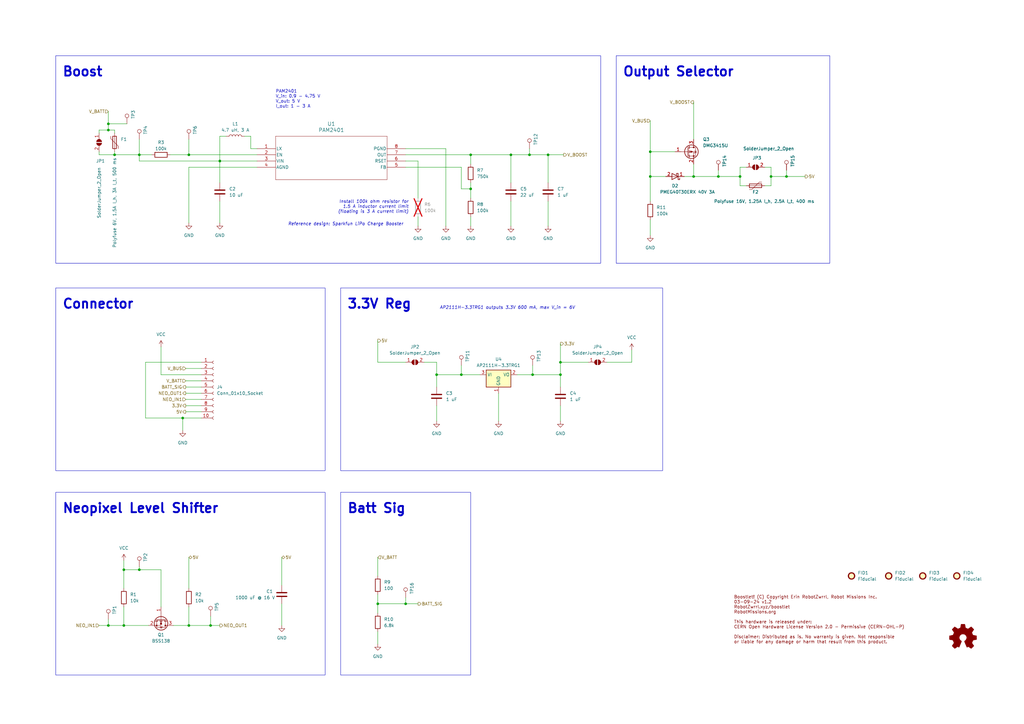
<source format=kicad_sch>
(kicad_sch (version 20231120) (generator "eeschema") (generator_version "8.0")
  (paper "A3")
  (title_block (title "Boostlet!") (date "02-03-24") (rev "v1.1"))
  (lib_symbols
    (symbol "!EK_Library:PAM2401" (pin_names (offset 0.254))
      (property "Reference" "U" (at 22.86 5.08 0))
      (property "Value" "PAM2401" (at 22.86 2.54 0))
      (symbol "PAM2401_0_1"
        (polyline (pts (xy 0 -17.78) (xy 45.72 -17.78)) (stroke (width 0.127)))
        (polyline (pts (xy 0 0) (xy 0 -17.78)) (stroke (width 0.127)))
        (polyline (pts (xy 45.72 -17.78) (xy 45.72 0)) (stroke (width 0.127)))
        (polyline (pts (xy 45.72 0) (xy 0 0)) (stroke (width 0.127)))
        (pin unspecified line (at -7.62 -5.08 0) (length 7.62) (name "LX") (number "1"))
        (pin unspecified line (at -7.62 -7.62 0) (length 7.62) (name "EN") (number "2"))
        (pin input line (at -7.62 -10.16 0) (length 7.62) (name "VIN") (number "3"))
        (pin power_in line (at -7.62 -12.7 0) (length 7.62) (name "AGND") (number "4"))
        (pin unspecified line (at 53.34 -12.7 180) (length 7.62) (name "FB") (number "5"))
        (pin unspecified line (at 53.34 -10.16 180) (length 7.62) (name "RSET") (number "6"))
        (pin output line (at 53.34 -7.62 180) (length 7.62) (name "OUT") (number "7"))
        (pin power_in line (at 53.34 -5.08 180) (length 7.62) (name "PGND") (number "8"))
      )
    )
    (symbol "Connector:Conn_01x10_Socket" (pin_names (offset 1.016) hide)
      (property "Reference" "J" (at 0 12.7 0))
      (property "Value" "Conn_01x10_Socket" (at 0 -15.24 0))
      (symbol "Conn_01x10_Socket_1_1"
        (arc (start 0 -12.192) (mid -0.5058 -12.7) (end 0 -13.208) (stroke (width 0.1524)))
        (arc (start 0 -9.652) (mid -0.5058 -10.16) (end 0 -10.668) (stroke (width 0.1524)))
        (arc (start 0 -7.112) (mid -0.5058 -7.62) (end 0 -8.128) (stroke (width 0.1524)))
        (arc (start 0 -4.572) (mid -0.5058 -5.08) (end 0 -5.588) (stroke (width 0.1524)))
        (arc (start 0 -2.032) (mid -0.5058 -2.54) (end 0 -3.048) (stroke (width 0.1524)))
        (polyline (pts (xy -1.27 -12.7) (xy -0.508 -12.7)) (stroke (width 0.1524)))
        (polyline (pts (xy -1.27 -10.16) (xy -0.508 -10.16)) (stroke (width 0.1524)))
        (polyline (pts (xy -1.27 -7.62) (xy -0.508 -7.62)) (stroke (width 0.1524)))
        (polyline (pts (xy -1.27 -5.08) (xy -0.508 -5.08)) (stroke (width 0.1524)))
        (polyline (pts (xy -1.27 -2.54) (xy -0.508 -2.54)) (stroke (width 0.1524)))
        (polyline (pts (xy -1.27 0) (xy -0.508 0)) (stroke (width 0.1524)))
        (polyline (pts (xy -1.27 2.54) (xy -0.508 2.54)) (stroke (width 0.1524)))
        (polyline (pts (xy -1.27 5.08) (xy -0.508 5.08)) (stroke (width 0.1524)))
        (polyline (pts (xy -1.27 7.62) (xy -0.508 7.62)) (stroke (width 0.1524)))
        (polyline (pts (xy -1.27 10.16) (xy -0.508 10.16)) (stroke (width 0.1524)))
        (arc (start 0 0.508) (mid -0.5058 0) (end 0 -0.508) (stroke (width 0.1524)))
        (arc (start 0 3.048) (mid -0.5058 2.54) (end 0 2.032) (stroke (width 0.1524)))
        (arc (start 0 5.588) (mid -0.5058 5.08) (end 0 4.572) (stroke (width 0.1524)))
        (arc (start 0 8.128) (mid -0.5058 7.62) (end 0 7.112) (stroke (width 0.1524)))
        (arc (start 0 10.668) (mid -0.5058 10.16) (end 0 9.652) (stroke (width 0.1524)))
        (pin passive line (at -5.08 10.16 0) (length 3.81) (name "Pin_1") (number "1"))
        (pin passive line (at -5.08 -12.7 0) (length 3.81) (name "Pin_10") (number "10"))
        (pin passive line (at -5.08 7.62 0) (length 3.81) (name "Pin_2") (number "2"))
        (pin passive line (at -5.08 5.08 0) (length 3.81) (name "Pin_3") (number "3"))
        (pin passive line (at -5.08 2.54 0) (length 3.81) (name "Pin_4") (number "4"))
        (pin passive line (at -5.08 0 0) (length 3.81) (name "Pin_5") (number "5"))
        (pin passive line (at -5.08 -2.54 0) (length 3.81) (name "Pin_6") (number "6"))
        (pin passive line (at -5.08 -5.08 0) (length 3.81) (name "Pin_7") (number "7"))
        (pin passive line (at -5.08 -7.62 0) (length 3.81) (name "Pin_8") (number "8"))
        (pin passive line (at -5.08 -10.16 0) (length 3.81) (name "Pin_9") (number "9"))
      )
    )
    (symbol "Connector:TestPoint" (pin_numbers hide) (pin_names (offset 0.762) hide)
      (property "Reference" "TP" (at 0 6.858 0))
      (property "Value" "TestPoint" (at 0 5.08 0))
      (symbol "TestPoint_0_1"
        (circle (center 0 3.302) (radius 0.762))
      )
      (symbol "TestPoint_1_1"
        (pin passive line (at 0 0 90) (length 2.54) (name "1") (number "1"))
      )
    )
    (symbol "Device:C" (pin_numbers hide) (pin_names (offset 0.254))
      (property "Reference" "C" (at 0.635 2.54 0))
      (property "Value" "C" (at 0.635 -2.54 0))
      (symbol "C_0_1"
        (polyline (pts (xy -2.032 -0.762) (xy 2.032 -0.762)) (stroke (width 0.508)))
        (polyline (pts (xy -2.032 0.762) (xy 2.032 0.762)) (stroke (width 0.508)))
      )
      (symbol "C_1_1"
        (pin passive line (at 0 3.81 270) (length 2.794) (name "~") (number "1"))
        (pin passive line (at 0 -3.81 90) (length 2.794) (name "~") (number "2"))
      )
    )
    (symbol "Device:D_Schottky" (pin_names (offset 1.016) hide)
      (property "Reference" "D" (at 0 2.54 0))
      (property "Value" "D_Schottky" (at 0 -2.54 0))
      (symbol "D_Schottky_0_1"
        (polyline (pts (xy 1.27 0) (xy -1.27 0)))
        (polyline (pts (xy 1.27 1.27) (xy 1.27 -1.27) (xy -1.27 0) (xy 1.27 1.27)) (stroke (width 0.254)))
        (polyline (pts (xy -1.905 0.635) (xy -1.905 1.27) (xy -1.27 1.27) (xy -1.27 -1.27) (xy -0.635 -1.27) (xy -0.635 -0.635)) (stroke (width 0.254)))
      )
      (symbol "D_Schottky_1_1"
        (pin passive line (at -3.81 0 0) (length 2.54) (name "K") (number "1"))
        (pin passive line (at 3.81 0 180) (length 2.54) (name "A") (number "2"))
      )
    )
    (symbol "Device:L" (pin_numbers hide) (pin_names (offset 1.016) hide)
      (property "Reference" "L" (at -1.27 0 90))
      (property "Value" "L" (at 1.905 0 90))
      (symbol "L_0_1"
        (arc (start 0 -2.54) (mid 0.6323 -1.905) (end 0 -1.27))
        (arc (start 0 -1.27) (mid 0.6323 -0.635) (end 0 0))
        (arc (start 0 0) (mid 0.6323 0.635) (end 0 1.27))
        (arc (start 0 1.27) (mid 0.6323 1.905) (end 0 2.54))
      )
      (symbol "L_1_1"
        (pin passive line (at 0 3.81 270) (length 1.27) (name "1") (number "1"))
        (pin passive line (at 0 -3.81 90) (length 1.27) (name "2") (number "2"))
      )
    )
    (symbol "Device:Polyfuse" (pin_numbers hide) (pin_names (offset 0))
      (property "Reference" "F" (at -2.54 0 90))
      (property "Value" "Polyfuse" (at 2.54 0 90))
      (symbol "Polyfuse_0_1"
        (rectangle (start -0.762 2.54) (end 0.762 -2.54) (stroke (width 0.254)))
        (polyline (pts (xy 0 2.54) (xy 0 -2.54)))
        (polyline (pts (xy -1.524 2.54) (xy -1.524 1.524) (xy 1.524 -1.524) (xy 1.524 -2.54)))
      )
      (symbol "Polyfuse_1_1"
        (pin passive line (at 0 3.81 270) (length 1.27) (name "~") (number "1"))
        (pin passive line (at 0 -3.81 90) (length 1.27) (name "~") (number "2"))
      )
    )
    (symbol "Device:R" (pin_numbers hide) (pin_names (offset 0))
      (property "Reference" "R" (at 2.032 0 90))
      (property "Value" "R" (at 0 0 90))
      (symbol "R_0_1"
        (rectangle (start -1.016 -2.54) (end 1.016 2.54) (stroke (width 0.254)))
      )
      (symbol "R_1_1"
        (pin passive line (at 0 3.81 270) (length 1.27) (name "~") (number "1"))
        (pin passive line (at 0 -3.81 90) (length 1.27) (name "~") (number "2"))
      )
    )
    (symbol "Graphic:Logo_Open_Hardware_Small" (in_bom no) (on_board no)
      (symbol "Logo_Open_Hardware_Small_0_1"
        (polyline (pts (xy 3.3528 -4.3434) (xy 3.302 -4.318) (xy 3.175 -4.2418) (xy 2.9972 -4.1148) (xy 2.7686 -3.9624) (xy 2.54 -3.81) (xy 2.3622 -3.7084) (xy 2.2352 -3.6068) (xy 2.1844 -3.5814) (xy 2.159 -3.6068) (xy 2.0574 -3.6576) (xy 1.905 -3.7338) (xy 1.8034 -3.7846) (xy 1.6764 -3.8354) (xy 1.6002 -3.8354) (xy 1.6002 -3.8354) (xy 1.5494 -3.7338) (xy 1.4732 -3.5306) (xy 1.3462 -3.302) (xy 1.2446 -3.0226) (xy 1.1176 -2.7178) (xy 0.9652 -2.413) (xy 0.8636 -2.1082) (xy 0.7366 -1.8288) (xy 0.6604 -1.6256) (xy 0.6096 -1.4732) (xy 0.5842 -1.397) (xy 0.5842 -1.397) (xy 0.6604 -1.3208) (xy 0.7874 -1.2446) (xy 1.0414 -1.016) (xy 1.2954 -0.6858) (xy 1.4478 -0.3302) (xy 1.524 0.0762) (xy 1.4732 0.4572) (xy 1.3208 0.8128) (xy 1.0668 1.143) (xy 0.762 1.3716) (xy 0.4064 1.524) (xy 0 1.5748) (xy -0.381 1.5494) (xy -0.7366 1.397) (xy -1.0668 1.143) (xy -1.2192 0.9906) (xy -1.397 0.6604) (xy -1.524 0.3048) (xy -1.524 0.2286) (xy -1.4986 -0.1778) (xy -1.397 -0.5334) (xy -1.1938 -0.8636) (xy -0.9144 -1.143) (xy -0.8636 -1.1684) (xy -0.7366 -1.27) (xy -0.635 -1.3462) (xy -0.5842 -1.397) (xy -1.0668 -2.5908) (xy -1.143 -2.794) (xy -1.2954 -3.1242) (xy -1.397 -3.4036) (xy -1.4986 -3.6322) (xy -1.5748 -3.7846) (xy -1.6002 -3.8354) (xy -1.6002 -3.8354) (xy -1.651 -3.8354) (xy -1.7272 -3.81) (xy -1.905 -3.7338) (xy -2.0066 -3.683) (xy -2.1336 -3.6068) (xy -2.2098 -3.5814) (xy -2.2606 -3.6068) (xy -2.3622 -3.683) (xy -2.54 -3.81) (xy -2.7686 -3.9624) (xy -2.9718 -4.0894) (xy -3.1496 -4.2164) (xy -3.302 -4.318) (xy -3.3528 -4.3434) (xy -3.3782 -4.3434) (xy -3.429 -4.318) (xy -3.5306 -4.2164) (xy -3.7084 -4.064) (xy -3.937 -3.8354) (xy -3.9624 -3.81) (xy -4.1656 -3.6068) (xy -4.318 -3.4544) (xy -4.4196 -3.3274) (xy -4.445 -3.2766) (xy -4.445 -3.2766) (xy -4.4196 -3.2258) (xy -4.318 -3.0734) (xy -4.2164 -2.8956) (xy -4.064 -2.667) (xy -3.6576 -2.0828) (xy -3.8862 -1.5494) (xy -3.937 -1.3716) (xy -4.0386 -1.1684) (xy -4.0894 -1.0414) (xy -4.1148 -0.9652) (xy -4.191 -0.9398) (xy -4.318 -0.9144) (xy -4.5466 -0.8636) (xy -4.8006 -0.8128) (xy -5.0546 -0.7874) (xy -5.2578 -0.7366) (xy -5.4356 -0.7112) (xy -5.5118 -0.6858) (xy -5.5118 -0.6858) (xy -5.5372 -0.635) (xy -5.5372 -0.5588) (xy -5.5372 -0.4318) (xy -5.5626 -0.2286) (xy -5.5626 0.0762) (xy -5.5626 0.127) (xy -5.5372 0.4064) (xy -5.5372 0.635) (xy -5.5372 0.762) (xy -5.5372 0.8382) (xy -5.5372 0.8382) (xy -5.461 0.8382) (xy -5.3086 0.889) (xy -5.08 0.9144) (xy -4.826 0.9652) (xy -4.8006 0.9906) (xy -4.5466 1.0414) (xy -4.318 1.0668) (xy -4.1656 1.1176) (xy -4.0894 1.143) (xy -4.0894 1.143) (xy -4.0386 1.2446) (xy -3.9624 1.4224) (xy -3.8608 1.6256) (xy -3.7846 1.8288) (xy -3.7084 2.0066) (xy -3.6576 2.159) (xy -3.6322 2.2098) (xy -3.6322 2.2098) (xy -3.683 2.286) (xy -3.7592 2.413) (xy -3.8862 2.5908) (xy -4.064 2.8194) (xy -4.064 2.8448) (xy -4.2164 3.0734) (xy -4.3434 3.2512) (xy -4.4196 3.3782) (xy -4.445 3.4544) (xy -4.445 3.4544) (xy -4.3942 3.5052) (xy -4.2926 3.6322) (xy -4.1148 3.81) (xy -3.937 4.0132) (xy -3.8608 4.064) (xy -3.6576 4.2926) (xy -3.5052 4.4196) (xy -3.4036 4.4958) (xy -3.3528 4.5212) (xy -3.3528 4.5212) (xy -3.302 4.4704) (xy -3.1496 4.3688) (xy -2.9718 4.2418) (xy -2.7432 4.0894) (xy -2.7178 4.0894) (xy -2.4892 3.937) (xy -2.3114 3.81) (xy -2.1844 3.7084) (xy -2.1336 3.683) (xy -2.1082 3.683) (xy -2.032 3.7084) (xy -1.8542 3.7592) (xy -1.6764 3.8354) (xy -1.4732 3.937) (xy -1.27 4.0132) (xy -1.143 4.064) (xy -1.0668 4.1148) (xy -1.0668 4.1148) (xy -1.0414 4.191) (xy -1.016 4.3434) (xy -0.9652 4.572) (xy -0.9144 4.8514) (xy -0.889 4.9022) (xy -0.8382 5.1562) (xy -0.8128 5.3848) (xy -0.7874 5.5372) (xy -0.762 5.588) (xy -0.7112 5.6134) (xy -0.5842 5.6134) (xy -0.4064 5.6134) (xy -0.1524 5.6134) (xy 0.0762 5.6134) (xy 0.3302 5.6134) (xy 0.5334 5.6134) (xy 0.6858 5.588) (xy 0.7366 5.588) (xy 0.7366 5.588) (xy 0.762 5.5118) (xy 0.8128 5.334) (xy 0.8382 5.1054) (xy 0.9144 4.826) (xy 0.9144 4.7752) (xy 0.9652 4.5212) (xy 1.016 4.2926) (xy 1.0414 4.1402) (xy 1.0668 4.0894) (xy 1.0668 4.0894) (xy 1.1938 4.0386) (xy 1.3716 3.9624) (xy 1.5748 3.8608) (xy 2.0828 3.6576) (xy 2.7178 4.0894) (xy 2.7686 4.1402) (xy 2.9972 4.2926) (xy 3.175 4.4196) (xy 3.302 4.4958) (xy 3.3782 4.5212) (xy 3.3782 4.5212) (xy 3.429 4.4704) (xy 3.556 4.3434) (xy 3.7338 4.191) (xy 3.9116 3.9878) (xy 4.064 3.8354) (xy 4.2418 3.6576) (xy 4.3434 3.556) (xy 4.4196 3.4798) (xy 4.4196 3.429) (xy 4.4196 3.4036) (xy 4.3942 3.3274) (xy 4.2926 3.2004) (xy 4.1656 2.9972) (xy 4.0132 2.794) (xy 3.8862 2.5908) (xy 3.7592 2.3876) (xy 3.6576 2.2352) (xy 3.6322 2.159) (xy 3.6322 2.1336) (xy 3.683 2.0066) (xy 3.7592 1.8288) (xy 3.8608 1.6002) (xy 4.064 1.1176) (xy 4.3942 1.0414) (xy 4.5974 1.016) (xy 4.8768 0.9652) (xy 5.1308 0.9144) (xy 5.5372 0.8382) (xy 5.5626 -0.6604) (xy 5.4864 -0.6858) (xy 5.4356 -0.6858) (xy 5.2832 -0.7366) (xy 5.0546 -0.762) (xy 4.8006 -0.8128) (xy 4.5974 -0.8636) (xy 4.3688 -0.9144) (xy 4.2164 -0.9398) (xy 4.1402 -0.9398) (xy 4.1148 -0.9652) (xy 4.064 -1.0668) (xy 3.9878 -1.2446) (xy 3.9116 -1.4478) (xy 3.81 -1.651) (xy 3.7338 -1.8542) (xy 3.683 -2.0066) (xy 3.6576 -2.0828) (xy 3.683 -2.1336) (xy 3.7846 -2.2606) (xy 3.8862 -2.4638) (xy 4.0386 -2.667) (xy 4.191 -2.8956) (xy 4.318 -3.0734) (xy 4.3942 -3.2004) (xy 4.445 -3.2766) (xy 4.4196 -3.3274) (xy 4.3434 -3.429) (xy 4.1656 -3.5814) (xy 3.937 -3.8354) (xy 3.8862 -3.8608) (xy 3.683 -4.064) (xy 3.5306 -4.2164) (xy 3.4036 -4.318) (xy 3.3528 -4.3434)) (fill (type outline)))
      )
    )
    (symbol "Jumper:SolderJumper_2_Open" (pin_names (offset 0) hide)
      (property "Reference" "JP" (at 0 2.032 0))
      (property "Value" "SolderJumper_2_Open" (at 0 -2.54 0))
      (symbol "SolderJumper_2_Open_0_1"
        (arc (start -0.254 1.016) (mid -1.2656 0) (end -0.254 -1.016))
        (arc (start -0.254 1.016) (mid -1.2656 0) (end -0.254 -1.016) (fill (type outline)))
        (polyline (pts (xy -0.254 1.016) (xy -0.254 -1.016)))
        (polyline (pts (xy 0.254 1.016) (xy 0.254 -1.016)))
        (arc (start 0.254 -1.016) (mid 1.2656 0) (end 0.254 1.016))
        (arc (start 0.254 -1.016) (mid 1.2656 0) (end 0.254 1.016) (fill (type outline)))
      )
      (symbol "SolderJumper_2_Open_1_1"
        (pin passive line (at -3.81 0 0) (length 2.54) (name "A") (number "1"))
        (pin passive line (at 3.81 0 180) (length 2.54) (name "B") (number "2"))
      )
    )
    (symbol "Mechanical:Fiducial"
      (property "Reference" "FID" (at 0 5.08 0))
      (property "Value" "Fiducial" (at 0 3.175 0))
      (symbol "Fiducial_0_1"
        (circle (center 0 0) (radius 1.27) (stroke (width 0.508)) (fill (type background)))
      )
    )
    (symbol "Regulator_Linear:AP1117-33"
      (property "Reference" "U" (at -3.81 3.175 0))
      (property "Value" "AP1117-33" (at 0 3.175 0))
      (symbol "AP1117-33_0_1"
        (rectangle (start -5.08 -5.08) (end 5.08 1.905) (stroke (width 0.254)) (fill (type background)))
      )
      (symbol "AP1117-33_1_1"
        (pin power_in line (at 0 -7.62 90) (length 2.54) (name "GND") (number "1"))
        (pin power_out line (at 7.62 0 180) (length 2.54) (name "VO") (number "2"))
        (pin power_in line (at -7.62 0 0) (length 2.54) (name "VI") (number "3"))
      )
    )
    (symbol "Transistor_FET:BSS138" (pin_names hide)
      (property "Reference" "Q" (at 5.08 1.905 0))
      (property "Value" "BSS138" (at 5.08 0 0))
      (symbol "BSS138_0_1"
        (polyline (pts (xy 0.254 0) (xy -2.54 0)))
        (polyline (pts (xy 0.254 1.905) (xy 0.254 -1.905)) (stroke (width 0.254)))
        (polyline (pts (xy 0.762 -1.27) (xy 0.762 -2.286)) (stroke (width 0.254)))
        (polyline (pts (xy 0.762 0.508) (xy 0.762 -0.508)) (stroke (width 0.254)))
        (polyline (pts (xy 0.762 2.286) (xy 0.762 1.27)) (stroke (width 0.254)))
        (polyline (pts (xy 2.54 2.54) (xy 2.54 1.778)))
        (polyline (pts (xy 2.54 -2.54) (xy 2.54 0) (xy 0.762 0)))
        (polyline (pts (xy 0.762 -1.778) (xy 3.302 -1.778) (xy 3.302 1.778) (xy 0.762 1.778)))
        (polyline (pts (xy 1.016 0) (xy 2.032 0.381) (xy 2.032 -0.381) (xy 1.016 0)) (fill (type outline)))
        (polyline (pts (xy 2.794 0.508) (xy 2.921 0.381) (xy 3.683 0.381) (xy 3.81 0.254)))
        (polyline (pts (xy 3.302 0.381) (xy 2.921 -0.254) (xy 3.683 -0.254) (xy 3.302 0.381)))
        (circle (center 1.651 0) (radius 2.794) (stroke (width 0.254)))
        (circle (center 2.54 -1.778) (radius 0.254) (fill (type outline)))
        (circle (center 2.54 1.778) (radius 0.254) (fill (type outline)))
      )
      (symbol "BSS138_1_1"
        (pin input line (at -5.08 0 0) (length 2.54) (name "G") (number "1"))
        (pin passive line (at 2.54 -5.08 90) (length 2.54) (name "S") (number "2"))
        (pin passive line (at 2.54 5.08 270) (length 2.54) (name "D") (number "3"))
      )
    )
    (symbol "Transistor_FET:DMG2301L" (pin_names hide)
      (property "Reference" "Q" (at 5.08 1.905 0))
      (property "Value" "DMG2301L" (at 5.08 0 0))
      (symbol "DMG2301L_0_1"
        (polyline (pts (xy 0.254 0) (xy -2.54 0)))
        (polyline (pts (xy 0.254 1.905) (xy 0.254 -1.905)) (stroke (width 0.254)))
        (polyline (pts (xy 0.762 -1.27) (xy 0.762 -2.286)) (stroke (width 0.254)))
        (polyline (pts (xy 0.762 0.508) (xy 0.762 -0.508)) (stroke (width 0.254)))
        (polyline (pts (xy 0.762 2.286) (xy 0.762 1.27)) (stroke (width 0.254)))
        (polyline (pts (xy 2.54 2.54) (xy 2.54 1.778)))
        (polyline (pts (xy 2.54 -2.54) (xy 2.54 0) (xy 0.762 0)))
        (polyline (pts (xy 0.762 1.778) (xy 3.302 1.778) (xy 3.302 -1.778) (xy 0.762 -1.778)))
        (polyline (pts (xy 2.286 0) (xy 1.27 0.381) (xy 1.27 -0.381) (xy 2.286 0)) (fill (type outline)))
        (polyline (pts (xy 2.794 -0.508) (xy 2.921 -0.381) (xy 3.683 -0.381) (xy 3.81 -0.254)))
        (polyline (pts (xy 3.302 -0.381) (xy 2.921 0.254) (xy 3.683 0.254) (xy 3.302 -0.381)))
        (circle (center 1.651 0) (radius 2.794) (stroke (width 0.254)))
        (circle (center 2.54 -1.778) (radius 0.254) (fill (type outline)))
        (circle (center 2.54 1.778) (radius 0.254) (fill (type outline)))
      )
      (symbol "DMG2301L_1_1"
        (pin input line (at -5.08 0 0) (length 2.54) (name "G") (number "1"))
        (pin passive line (at 2.54 -5.08 90) (length 2.54) (name "S") (number "2"))
        (pin passive line (at 2.54 5.08 270) (length 2.54) (name "D") (number "3"))
      )
    )
    (symbol "power:GND" (power) (pin_names (offset 0))
      (property "Value" "GND" (at 0 -3.81 0))
      (symbol "GND_0_1"
        (polyline (pts (xy 0 0) (xy 0 -1.27) (xy 1.27 -1.27) (xy 0 -2.54) (xy -1.27 -1.27) (xy 0 -1.27)))
      )
      (symbol "GND_1_1"
        (pin power_in line (at 0 0 270) (length 0) hide (name "GND") (number "1"))
      )
    )
    (symbol "power:VCC" (power) (pin_names (offset 0))
      (property "Value" "VCC" (at 0 3.81 0))
      (symbol "VCC_0_1"
        (polyline (pts (xy -0.762 1.27) (xy 0 2.54)))
        (polyline (pts (xy 0 0) (xy 0 2.54)))
        (polyline (pts (xy 0 2.54) (xy 0.762 1.27)))
      )
      (symbol "VCC_1_1"
        (pin power_in line (at 0 0 90) (length 0) hide (name "VCC") (number "1"))
      )
    )
  )
  (junction (at 77.47 256.54))
  (junction (at 50.8 256.54))
  (junction (at 193.04 77.47))
  (junction (at 217.17 63.5))
  (junction (at 189.23 153.67))
  (junction (at 90.17 66.04))
  (junction (at 303.53 72.39))
  (junction (at 57.15 63.5))
  (junction (at 229.87 153.67))
  (junction (at 193.04 63.5))
  (junction (at 224.79 63.5))
  (junction (at 166.37 247.65))
  (junction (at 50.8 233.68))
  (junction (at 77.47 63.5))
  (junction (at 218.44 153.67))
  (junction (at 316.23 72.39))
  (junction (at 46.99 63.5))
  (junction (at 294.64 72.39))
  (junction (at 74.93 171.45))
  (junction (at 209.55 63.5))
  (junction (at 44.45 53.34))
  (junction (at 57.15 233.68))
  (junction (at 322.58 72.39))
  (junction (at 284.48 72.39))
  (junction (at 266.7 62.23))
  (junction (at 44.45 50.8))
  (junction (at 179.07 153.67))
  (junction (at 266.7 72.39))
  (junction (at 44.45 256.54))
  (junction (at 229.87 148.59))
  (junction (at 154.94 247.65))
  (junction (at 86.36 256.54))
  (wire (pts (xy 40.64 256.54) (xy 44.45 256.54)))
  (wire (pts (xy 218.44 149.86) (xy 218.44 153.67)))
  (wire (pts (xy 266.7 72.39) (xy 273.05 72.39)))
  (wire (pts (xy 77.47 57.15) (xy 77.47 63.5)))
  (wire (pts (xy 179.07 148.59) (xy 179.07 153.67)))
  (wire (pts (xy 50.8 233.68) (xy 50.8 241.3)))
  (wire (pts (xy 204.47 161.29) (xy 204.47 172.72)))
  (wire (pts (xy 166.37 60.96) (xy 182.88 60.96)))
  (wire (pts (xy 224.79 82.55) (xy 224.79 92.71)))
  (wire (pts (xy 66.04 233.68) (xy 66.04 248.92)))
  (wire (pts (xy 57.15 57.15) (xy 57.15 63.5)))
  (wire (pts (xy 71.12 256.54) (xy 77.47 256.54)))
  (wire (pts (xy 284.48 67.31) (xy 284.48 72.39)))
  (wire (pts (xy 74.93 171.45) (xy 82.55 171.45)))
  (wire (pts (xy 266.7 49.53) (xy 266.7 62.23)))
  (wire (pts (xy 294.64 69.85) (xy 294.64 72.39)))
  (wire (pts (xy 212.09 153.67) (xy 218.44 153.67)))
  (wire (pts (xy 76.2 163.83) (xy 82.55 163.83)))
  (wire (pts (xy 193.04 74.93) (xy 193.04 77.47)))
  (wire (pts (xy 77.47 228.6) (xy 77.47 241.3)))
  (wire (pts (xy 166.37 63.5) (xy 193.04 63.5)))
  (wire (pts (xy 154.94 243.84) (xy 154.94 247.65)))
  (wire (pts (xy 316.23 68.58) (xy 316.23 72.39)))
  (wire (pts (xy 50.8 229.87) (xy 50.8 233.68)))
  (wire (pts (xy 189.23 149.86) (xy 189.23 153.67)))
  (wire (pts (xy 77.47 68.58) (xy 77.47 91.44)))
  (wire (pts (xy 76.2 168.91) (xy 82.55 168.91)))
  (wire (pts (xy 154.94 247.65) (xy 154.94 251.46)))
  (wire (pts (xy 46.99 62.23) (xy 46.99 63.5)))
  (wire (pts (xy 76.2 158.75) (xy 82.55 158.75)))
  (wire (pts (xy 40.64 62.23) (xy 40.64 63.5)))
  (wire (pts (xy 179.07 166.37) (xy 179.07 172.72)))
  (wire (pts (xy 115.57 228.6) (xy 115.57 240.03)))
  (wire (pts (xy 276.86 62.23) (xy 266.7 62.23)))
  (wire (pts (xy 193.04 77.47) (xy 193.04 81.28)))
  (wire (pts (xy 59.69 148.59) (xy 59.69 171.45)))
  (wire (pts (xy 229.87 148.59) (xy 241.3 148.59)))
  (wire (pts (xy 154.94 259.08) (xy 154.94 264.16)))
  (wire (pts (xy 303.53 76.2) (xy 303.53 72.39)))
  (wire (pts (xy 57.15 66.04) (xy 57.15 63.5)))
  (wire (pts (xy 154.94 247.65) (xy 166.37 247.65)))
  (wire (pts (xy 166.37 245.11) (xy 166.37 247.65)))
  (wire (pts (xy 316.23 76.2) (xy 313.69 76.2)))
  (wire (pts (xy 76.2 156.21) (xy 82.55 156.21)))
  (wire (pts (xy 44.45 50.8) (xy 52.07 50.8)))
  (wire (pts (xy 196.85 153.67) (xy 189.23 153.67)))
  (wire (pts (xy 209.55 82.55) (xy 209.55 92.71)))
  (wire (pts (xy 44.45 256.54) (xy 50.8 256.54)))
  (wire (pts (xy 77.47 63.5) (xy 105.41 63.5)))
  (wire (pts (xy 57.15 66.04) (xy 90.17 66.04)))
  (wire (pts (xy 57.15 63.5) (xy 62.23 63.5)))
  (wire (pts (xy 76.2 161.29) (xy 82.55 161.29)))
  (wire (pts (xy 102.87 60.96) (xy 102.87 55.88)))
  (wire (pts (xy 229.87 153.67) (xy 229.87 158.75)))
  (wire (pts (xy 46.99 53.34) (xy 44.45 53.34)))
  (wire (pts (xy 217.17 60.96) (xy 217.17 63.5)))
  (wire (pts (xy 322.58 72.39) (xy 330.2 72.39)))
  (wire (pts (xy 193.04 63.5) (xy 209.55 63.5)))
  (wire (pts (xy 209.55 63.5) (xy 209.55 74.93)))
  (wire (pts (xy 50.8 256.54) (xy 60.96 256.54)))
  (wire (pts (xy 69.85 63.5) (xy 77.47 63.5)))
  (wire (pts (xy 115.57 247.65) (xy 115.57 256.54)))
  (wire (pts (xy 50.8 248.92) (xy 50.8 256.54)))
  (wire (pts (xy 74.93 171.45) (xy 74.93 176.53)))
  (wire (pts (xy 86.36 252.73) (xy 86.36 256.54)))
  (wire (pts (xy 179.07 153.67) (xy 179.07 158.75)))
  (wire (pts (xy 44.45 45.72) (xy 44.45 50.8)))
  (wire (pts (xy 77.47 68.58) (xy 105.41 68.58)))
  (wire (pts (xy 154.94 228.6) (xy 154.94 236.22)))
  (wire (pts (xy 173.99 148.59) (xy 179.07 148.59)))
  (wire (pts (xy 166.37 66.04) (xy 171.45 66.04)))
  (wire (pts (xy 166.37 68.58) (xy 189.23 68.58)))
  (wire (pts (xy 193.04 77.47) (xy 189.23 77.47)))
  (wire (pts (xy 217.17 63.5) (xy 224.79 63.5)))
  (wire (pts (xy 57.15 232.41) (xy 57.15 233.68)))
  (wire (pts (xy 50.8 233.68) (xy 57.15 233.68)))
  (wire (pts (xy 259.08 143.51) (xy 259.08 148.59)))
  (wire (pts (xy 77.47 256.54) (xy 77.47 248.92)))
  (wire (pts (xy 154.94 148.59) (xy 154.94 139.7)))
  (wire (pts (xy 100.33 55.88) (xy 102.87 55.88)))
  (wire (pts (xy 189.23 77.47) (xy 189.23 68.58)))
  (wire (pts (xy 90.17 66.04) (xy 90.17 74.93)))
  (wire (pts (xy 193.04 88.9) (xy 193.04 92.71)))
  (wire (pts (xy 82.55 148.59) (xy 59.69 148.59)))
  (wire (pts (xy 90.17 55.88) (xy 90.17 66.04)))
  (wire (pts (xy 76.2 151.13) (xy 82.55 151.13)))
  (wire (pts (xy 294.64 72.39) (xy 303.53 72.39)))
  (wire (pts (xy 59.69 171.45) (xy 74.93 171.45)))
  (wire (pts (xy 229.87 148.59) (xy 229.87 153.67)))
  (wire (pts (xy 182.88 60.96) (xy 182.88 92.71)))
  (wire (pts (xy 66.04 153.67) (xy 66.04 142.24)))
  (wire (pts (xy 224.79 63.5) (xy 231.14 63.5)))
  (wire (pts (xy 280.67 72.39) (xy 284.48 72.39)))
  (wire (pts (xy 90.17 82.55) (xy 90.17 91.44)))
  (wire (pts (xy 166.37 247.65) (xy 171.45 247.65)))
  (wire (pts (xy 77.47 256.54) (xy 86.36 256.54)))
  (wire (pts (xy 40.64 53.34) (xy 44.45 53.34)))
  (wire (pts (xy 90.17 66.04) (xy 105.41 66.04)))
  (wire (pts (xy 76.2 166.37) (xy 82.55 166.37)))
  (wire (pts (xy 46.99 54.61) (xy 46.99 53.34)))
  (wire (pts (xy 284.48 72.39) (xy 294.64 72.39)))
  (wire (pts (xy 57.15 233.68) (xy 66.04 233.68)))
  (wire (pts (xy 171.45 88.9) (xy 171.45 92.71)))
  (wire (pts (xy 322.58 69.85) (xy 322.58 72.39)))
  (wire (pts (xy 44.45 254) (xy 44.45 256.54)))
  (wire (pts (xy 179.07 153.67) (xy 189.23 153.67)))
  (wire (pts (xy 266.7 90.17) (xy 266.7 96.52)))
  (wire (pts (xy 166.37 148.59) (xy 154.94 148.59)))
  (wire (pts (xy 44.45 50.8) (xy 44.45 53.34)))
  (wire (pts (xy 209.55 63.5) (xy 217.17 63.5)))
  (wire (pts (xy 82.55 153.67) (xy 66.04 153.67)))
  (wire (pts (xy 303.53 76.2) (xy 306.07 76.2)))
  (wire (pts (xy 303.53 68.58) (xy 306.07 68.58)))
  (wire (pts (xy 316.23 72.39) (xy 316.23 76.2)))
  (wire (pts (xy 46.99 63.5) (xy 57.15 63.5)))
  (wire (pts (xy 224.79 63.5) (xy 224.79 74.93)))
  (wire (pts (xy 193.04 63.5) (xy 193.04 67.31)))
  (wire (pts (xy 313.69 68.58) (xy 316.23 68.58)))
  (wire (pts (xy 248.92 148.59) (xy 259.08 148.59)))
  (wire (pts (xy 316.23 72.39) (xy 322.58 72.39)))
  (wire (pts (xy 284.48 41.91) (xy 284.48 57.15)))
  (wire (pts (xy 105.41 60.96) (xy 102.87 60.96)))
  (wire (pts (xy 266.7 62.23) (xy 266.7 72.39)))
  (wire (pts (xy 229.87 140.97) (xy 229.87 148.59)))
  (wire (pts (xy 266.7 72.39) (xy 266.7 82.55)))
  (wire (pts (xy 40.64 63.5) (xy 46.99 63.5)))
  (wire (pts (xy 92.71 55.88) (xy 90.17 55.88)))
  (wire (pts (xy 171.45 66.04) (xy 171.45 81.28)))
  (wire (pts (xy 40.64 53.34) (xy 40.64 54.61)))
  (wire (pts (xy 229.87 166.37) (xy 229.87 172.72)))
  (wire (pts (xy 218.44 153.67) (xy 229.87 153.67)))
  (wire (pts (xy 303.53 72.39) (xy 303.53 68.58)))
  (wire (pts (xy 86.36 256.54) (xy 90.17 256.54)))
  (rectangle (start 22.86 22.86) (end 246.38 107.95))
  (rectangle (start 22.86 201.93) (end 133.35 276.86))
  (rectangle (start 252.73 22.86) (end 340.36 107.95))
  (rectangle (start 22.86 118.11) (end 133.35 193.04))
  (rectangle (start 139.7 118.11) (end 271.78 193.04))
  (rectangle (start 139.7 201.93) (end 193.04 276.86))
  (text "Output Selector" (at 255.27 31.75 0) (effects (font (size 3.81 3.81) (thickness 0.762) (bold yes)) (justify left bottom)))
  (text "3.3V Reg" (at 142.24 127 0) (effects (font (size 3.81 3.81) (thickness 0.762) (bold yes)) (justify left bottom)))
  (text "Reference design: Sparkfun LiPo Charge Booster" (at 118.11 92.71 0) (effects (font (size 1.27 1.27) (italic yes)) (justify left bottom)))
  (text "Boostlet! (C) Copyright Erin RobotZwrrl, Robot Missions Inc.\n03-09-24 v1.2\nRobotZwrrl.xyz/boostlet\nRobotMissions.org\n\nThis hardware is released under:\nCERN Open Hardware License Version 2.0 - Permissive (CERN-OHL-P)\n\nDisclaimer: Distributed as is. No warranty is given. Not responsible \nor liable for any damage or harm that result from this product." (at 300.99 264.16 0) (effects (font (size 1.27 1.27)) (justify left bottom)))
  (text "AP2111H-3.3TRG1 outputs 3.3V 600 mA, max V_in = 6V" (at 180.34 127 0) (effects (font (size 1.27 1.27) (italic yes)) (justify left bottom)))
  (text "Boost" (at 25.4 31.75 0) (effects (font (size 3.81 3.81) (thickness 0.762) (bold yes)) (justify left bottom)))
  (text "Neopixel Level Shifter" (at 25.4 210.82 0) (effects (font (size 3.81 3.81) (thickness 0.762) (bold yes)) (justify left bottom)))
  (text "Connector" (at 25.4 127 0) (effects (font (size 3.81 3.81) (thickness 0.762) (bold yes)) (justify left bottom)))
  (text "Install 100k ohm resistor for\n1.5 A inductor current limit\n(floating is 3 A current limit)" (at 167.64 87.63 0) (effects (font (size 1.27 1.27) (italic yes)) (justify right bottom)))
  (text "PAM2401\nV_in: 0.9 - 4.75 V\nV_out: 5 V\nI_out: 1 - 3 A" (at 113.03 44.45 0) (effects (font (size 1.27 1.27)) (justify left bottom)))
  (text "Batt Sig" (at 142.24 210.82 0) (effects (font (size 3.81 3.81) (thickness 0.762) (bold yes)) (justify left bottom)))
  (hierarchical_label "V_BOOST" (shape output) (at 231.14 63.5 0))
  (hierarchical_label "V_BUS" (shape input) (at 76.2 151.13 180))
  (hierarchical_label "NEO_IN1" (shape input) (at 76.2 163.83 180))
  (hierarchical_label "V_BATT" (shape input) (at 44.45 45.72 180))
  (hierarchical_label "V_BOOST" (shape output) (at 284.48 41.91 180))
  (hierarchical_label "5V" (shape bidirectional) (at 77.47 228.6 0))
  (hierarchical_label "BATT_SIG" (shape output) (at 76.2 158.75 180))
  (hierarchical_label "V_BATT" (shape input) (at 154.94 228.6 0))
  (hierarchical_label "V_BATT" (shape input) (at 76.2 156.21 180))
  (hierarchical_label "BATT_SIG" (shape output) (at 171.45 247.65 0))
  (hierarchical_label "5V" (shape output) (at 76.2 168.91 180))
  (hierarchical_label "NEO_OUT1" (shape output) (at 90.17 256.54 0))
  (hierarchical_label "NEO_IN1" (shape input) (at 40.64 256.54 180))
  (hierarchical_label "3.3V" (shape output) (at 229.87 140.97 0))
  (hierarchical_label "V_BUS" (shape input) (at 266.7 49.53 180))
  (hierarchical_label "5V" (shape bidirectional) (at 115.57 228.6 0))
  (hierarchical_label "NEO_OUT1" (shape output) (at 76.2 161.29 180))
  (hierarchical_label "3.3V" (shape output) (at 76.2 166.37 180))
  (hierarchical_label "5V" (shape output) (at 154.94 139.7 0))
  (hierarchical_label "5V" (shape output) (at 330.2 72.39 0))
  (symbol (lib_id "Connector:TestPoint") (at 189.23 149.86 0) (unit 1)
    (property "Reference" "TP11" (at 191.77 146.05 90))
    (property "Value" "TestPoint" (effects (hide yes)))
    (property "Footprint" "TestPoint:TestPoint_Pad_D1.5mm" (effects (hide yes)))
  )
  (symbol (lib_id "Connector:TestPoint") (at 294.64 69.85 0) (unit 1)
    (property "Reference" "TP14" (at 297.18 66.04 90))
    (property "Value" "TestPoint" (effects (hide yes)))
    (property "Footprint" "TestPoint:TestPoint_Pad_D1.5mm" (effects (hide yes)))
  )
  (symbol (lib_id "Jumper:SolderJumper_2_Open") (at 170.18 148.59 0) (unit 1)
    (property "Reference" "JP2" (at 170.18 142.24 0))
    (property "Value" "SolderJumper_2_Open" (at 170.18 144.78 0))
    (property "Footprint" "Jumper:SolderJumper-2_P1.3mm_Open_RoundedPad1.0x1.5mm" (effects (hide yes)))
  )
  (symbol (lib_id "Device:C") (at 179.07 162.56 0) (unit 1)
    (property "Reference" "C3" (at 182.88 161.29 0) (effects (justify left)))
    (property "Value" "1 uF" (at 182.88 163.83 0) (effects (justify left)))
    (property "Footprint" "Capacitor_SMD:C_1206_3216Metric_Pad1.33x1.80mm_HandSolder" (effects (hide yes)))
    (property "Digikey" "1276-3091-1-ND" (effects (hide yes)))
  )
  (symbol (lib_id "Device:Polyfuse") (at 309.88 76.2 270) (unit 1)
    (property "Reference" "F2" (at 311.15 78.74 90) (effects (justify right)))
    (property "Value" "Polyfuse 16V, 1.25A I_h, 2.5A I_t, 400 ms" (at 334.01 82.55 90) (effects (justify right)))
    (property "Footprint" "Fuse:Fuse_1812_4532Metric_Pad1.30x3.40mm_HandSolder" (effects (hide yes)))
    (property "Digikey" "MINISMDC150F-2CT-ND" (effects (hide yes)))
    (property "Digikey2" "F4160CT-ND" (effects (hide yes)))
  )
  (symbol (lib_id "Device:D_Schottky") (at 276.86 72.39 180) (unit 1)
    (property "Reference" "D2" (at 276.86 76.2 0))
    (property "Value" "PMEG40T30ERX 40V 3A" (at 281.94 78.74 0))
    (property "Footprint" "Diode_SMD:D_SOD-123" (effects (hide yes)))
    (property "Digikey" "1727-7481-1-ND" (effects (hide yes)))
    (property "Digikey2" "3757-SBA340AL_R1_00001CT-ND" (effects (hide yes)))
  )
  (symbol (lib_id "Device:C") (at 224.79 78.74 0) (unit 1)
    (property "Reference" "C7" (at 228.6 77.47 0) (effects (justify left)))
    (property "Value" "1 uF" (at 228.6 80.01 0) (effects (justify left)))
    (property "Footprint" "Capacitor_SMD:C_1206_3216Metric_Pad1.33x1.80mm_HandSolder" (effects (hide yes)))
    (property "Digikey" "1276-3091-1-ND" (effects (hide yes)))
  )
  (symbol (lib_id "power:GND") (at 74.93 176.53 0) (unit 1)
    (property "Reference" "#PWR02" (effects (hide yes)))
    (property "Value" "GND" (at 74.93 181.61 0))
  )
  (symbol (lib_id "power:GND") (at 204.47 172.72 0) (unit 1)
    (property "Reference" "#PWR016" (effects (hide yes)))
    (property "Value" "GND" (at 204.47 177.8 0))
  )
  (symbol (lib_id "Device:R") (at 193.04 71.12 0) (unit 1)
    (property "Reference" "R7" (at 195.58 69.85 0) (effects (justify left)))
    (property "Value" "750k" (at 195.58 72.39 0) (effects (justify left)))
    (property "Footprint" "Resistor_SMD:R_1206_3216Metric_Pad1.30x1.75mm_HandSolder" (effects (hide yes)))
    (property "Digikey" "311-750KFRCT-ND" (effects (hide yes)))
  )
  (symbol (lib_id "Transistor_FET:BSS138") (at 66.04 254 270) (unit 1)
    (property "Reference" "Q1" (at 66.04 260.35 90))
    (property "Value" "BSS138" (at 66.04 262.89 90))
    (property "Footprint" "Package_TO_SOT_SMD:SOT-23" (effects (hide yes)))
    (property "Datasheet" "https://www.onsemi.com/pub/Collateral/BSS138-D.PDF" (effects (hide yes)))
    (property "Digikey" "4530-BSS138CT-ND" (effects (hide yes)))
  )
  (symbol (lib_id "Connector:TestPoint") (at 86.36 252.73 0) (unit 1)
    (property "Reference" "TP5" (at 88.9 248.92 90))
    (property "Value" "TestPoint" (effects (hide yes)))
    (property "Footprint" "TestPoint:TestPoint_Pad_D1.5mm" (effects (hide yes)))
  )
  (symbol (lib_id "Device:R") (at 154.94 240.03 0) (unit 1)
    (property "Reference" "R9" (at 157.48 238.76 0) (effects (justify left)))
    (property "Value" "100" (at 157.48 241.3 0) (effects (justify left)))
    (property "Footprint" "Resistor_SMD:R_1206_3216Metric_Pad1.30x1.75mm_HandSolder" (effects (hide yes)))
    (property "Digikey" "RMCF1206FG100RCT-ND" (effects (hide yes)))
  )
  (symbol (lib_id "Connector:TestPoint") (at 44.45 254 0) (unit 1)
    (property "Reference" "TP1" (at 46.99 250.19 90))
    (property "Value" "TestPoint" (effects (hide yes)))
    (property "Footprint" "TestPoint:TestPoint_Pad_D1.5mm" (effects (hide yes)))
  )
  (symbol (lib_id "Device:R") (at 50.8 245.11 0) (unit 1)
    (property "Reference" "R1" (at 53.34 243.84 0) (effects (justify left)))
    (property "Value" "10k" (at 53.34 246.38 0) (effects (justify left)))
    (property "Footprint" "Resistor_SMD:R_1206_3216Metric_Pad1.30x1.75mm_HandSolder" (effects (hide yes)))
    (property "Digikey" "RMCF1206FT10K0CT-ND" (effects (hide yes)))
  )
  (symbol (lib_id "Connector:TestPoint") (at 322.58 69.85 0) (unit 1)
    (property "Reference" "TP15" (at 325.12 66.04 90))
    (property "Value" "TestPoint" (effects (hide yes)))
    (property "Footprint" "TestPoint:TestPoint_Pad_D1.5mm" (effects (hide yes)))
  )
  (symbol (lib_id "Mechanical:Fiducial") (at 392.43 236.22 0) (unit 1)
    (property "Reference" "FID4" (at 394.97 234.95 0) (effects (justify left)))
    (property "Value" "Fiducial" (at 394.97 237.49 0) (effects (justify left)))
    (property "Footprint" "Fiducial:Fiducial_1mm_Mask2mm" (effects (hide yes)))
  )
  (symbol (lib_id "Device:C") (at 90.17 78.74 0) (unit 1)
    (property "Reference" "C2" (at 93.98 77.47 0) (effects (justify left)))
    (property "Value" "10 uF" (at 93.98 80.01 0) (effects (justify left)))
    (property "Footprint" "Capacitor_SMD:C_1206_3216Metric_Pad1.33x1.80mm_HandSolder" (effects (hide yes)))
    (property "Digikey" "1276-1075-1-ND" (effects (hide yes)))
  )
  (symbol (lib_id "Jumper:SolderJumper_2_Open") (at 309.88 68.58 0) (unit 1)
    (property "Reference" "JP3" (at 308.61 64.77 0) (effects (justify left)))
    (property "Value" "SolderJumper_2_Open" (at 304.8 60.96 0) (effects (justify left)))
    (property "Footprint" "Jumper:SolderJumper-2_P1.3mm_Open_RoundedPad1.0x1.5mm" (effects (hide yes)))
  )
  (symbol (lib_id "Regulator_Linear:AP1117-33") (at 204.47 153.67 0) (unit 1)
    (property "Reference" "U4" (at 204.47 147.32 0))
    (property "Value" "AP2111H-3.3TRG1" (at 204.47 149.86 0))
    (property "Footprint" "Package_TO_SOT_SMD:SOT-223-3_TabPin2" (effects (hide yes)))
    (property "Digikey" "AP2111H-3.3TRG1DICT-ND" (effects (hide yes)))
    (property "Digikey2" "AZ1117IH-3.3TRG1DICT-ND" (effects (hide yes)))
  )
  (symbol (lib_id "power:GND") (at 171.45 92.71 0) (unit 1)
    (property "Reference" "#PWR011" (effects (hide yes)))
    (property "Value" "GND" (at 171.45 97.79 0))
  )
  (symbol (lib_id "Connector:TestPoint") (at 166.37 245.11 0) (unit 1)
    (property "Reference" "TP16" (at 168.91 241.3 90))
    (property "Value" "TestPoint" (effects (hide yes)))
    (property "Footprint" "TestPoint:TestPoint_Pad_D1.5mm" (effects (hide yes)))
  )
  (symbol (lib_id "power:VCC") (at 259.08 143.51 0) (unit 1)
    (property "Reference" "#PWR022" (effects (hide yes)))
    (property "Value" "VCC" (at 259.08 138.43 0))
  )
  (symbol (lib_id "Connector:TestPoint") (at 218.44 149.86 0) (unit 1)
    (property "Reference" "TP13" (at 220.98 146.05 90))
    (property "Value" "TestPoint" (effects (hide yes)))
    (property "Footprint" "TestPoint:TestPoint_Pad_D1.5mm" (effects (hide yes)))
  )
  (symbol (lib_id "Connector:TestPoint") (at 217.17 60.96 0) (unit 1)
    (property "Reference" "TP12" (at 219.71 57.15 90))
    (property "Value" "TestPoint" (effects (hide yes)))
    (property "Footprint" "TestPoint:TestPoint_Pad_D1.5mm" (effects (hide yes)))
  )
  (symbol (lib_id "Connector:TestPoint") (at 77.47 57.15 0) (unit 1)
    (property "Reference" "TP6" (at 80.01 53.34 90))
    (property "Value" "TestPoint" (effects (hide yes)))
    (property "Footprint" "TestPoint:TestPoint_Pad_D1.5mm" (effects (hide yes)))
  )
  (symbol (lib_id "Device:L") (at 96.52 55.88 90) (unit 1)
    (property "Reference" "L1" (at 96.52 50.8 90))
    (property "Value" "4.7 uH, 3 A" (at 96.52 53.34 90))
    (property "Footprint" "Inductor_SMD:L_Taiyo-Yuden_NR-60xx_HandSoldering" (effects (hide yes)))
    (property "Digikey" "SRN6045-4R7YCT-ND" (effects (hide yes)))
  )
  (symbol (lib_id "power:GND") (at 154.94 264.16 0) (unit 1)
    (property "Reference" "#PWR019" (effects (hide yes)))
    (property "Value" "GND" (at 154.94 269.24 0))
  )
  (symbol (lib_id "power:GND") (at 224.79 92.71 0) (unit 1)
    (property "Reference" "#PWR020" (effects (hide yes)))
    (property "Value" "GND" (at 224.79 97.79 0))
  )
  (symbol (lib_id "Device:R") (at 266.7 86.36 0) (unit 1)
    (property "Reference" "R11" (at 269.24 85.09 0) (effects (justify left)))
    (property "Value" "100k" (at 269.24 87.63 0) (effects (justify left)))
    (property "Footprint" "Resistor_SMD:R_1206_3216Metric_Pad1.30x1.75mm_HandSolder" (effects (hide yes)))
    (property "Digikey" "311-100KFRCT-ND" (effects (hide yes)))
  )
  (symbol (lib_id "Device:Polyfuse") (at 46.99 58.42 180) (unit 1)
    (property "Reference" "F1" (at 49.53 57.15 0) (effects (justify right)))
    (property "Value" "Polyfuse 6V, 1.5A I_h, 3A I_t, 500 ms" (at 46.99 101.6 90) (effects (justify right)))
    (property "Footprint" "Fuse:Fuse_1812_4532Metric_Pad1.30x3.40mm_HandSolder" (effects (hide yes)))
    (property "Digikey" "MINISMDC150F-2CT-ND" (effects (hide yes)))
    (property "Digikey2" "F4160CT-ND" (effects (hide yes)))
  )
  (symbol (lib_id "power:GND") (at 229.87 172.72 0) (unit 1)
    (property "Reference" "#PWR021" (effects (hide yes)))
    (property "Value" "GND" (at 229.87 177.8 0))
  )
  (symbol (lib_id "power:GND") (at 90.17 91.44 0) (unit 1)
    (property "Reference" "#PWR08" (effects (hide yes)))
    (property "Value" "GND" (at 90.17 96.52 0))
  )
  (symbol (lib_id "Device:R") (at 193.04 85.09 0) (unit 1)
    (property "Reference" "R8" (at 195.58 83.82 0) (effects (justify left)))
    (property "Value" "100k" (at 195.58 86.36 0) (effects (justify left)))
    (property "Footprint" "Resistor_SMD:R_1206_3216Metric_Pad1.30x1.75mm_HandSolder" (effects (hide yes)))
    (property "Digikey" "311-100KFRCT-ND" (effects (hide yes)))
  )
  (symbol (lib_id "power:GND") (at 193.04 92.71 0) (unit 1)
    (property "Reference" "#PWR015" (effects (hide yes)))
    (property "Value" "GND" (at 193.04 97.79 0))
  )
  (symbol (lib_id "Mechanical:Fiducial") (at 349.25 236.22 0) (unit 1)
    (property "Reference" "FID1" (at 351.79 234.95 0) (effects (justify left)))
    (property "Value" "Fiducial" (at 351.79 237.49 0) (effects (justify left)))
    (property "Footprint" "Fiducial:Fiducial_1mm_Mask2mm" (effects (hide yes)))
  )
  (symbol (lib_id "power:GND") (at 182.88 92.71 0) (unit 1)
    (property "Reference" "#PWR014" (effects (hide yes)))
    (property "Value" "GND" (at 182.88 97.79 0))
  )
  (symbol (lib_id "Jumper:SolderJumper_2_Open") (at 245.11 148.59 0) (unit 1)
    (property "Reference" "JP4" (at 245.11 142.24 0))
    (property "Value" "SolderJumper_2_Open" (at 245.11 144.78 0))
    (property "Footprint" "Jumper:SolderJumper-2_P1.3mm_Open_RoundedPad1.0x1.5mm" (effects (hide yes)))
  )
  (symbol (lib_id "!EK_Library:PAM2401") (at 113.03 55.88 0) (unit 1)
    (property "Reference" "U1" (at 135.89 50.8 0) (effects (font (size 1.524 1.524))))
    (property "Value" "PAM2401" (at 135.89 53.34 0) (effects (font (size 1.524 1.524))))
    (property "Footprint" "!EK_Library:PAM2401" (effects (hide yes)))
    (property "Datasheet" "PAM2401SCADJ" (effects (hide yes)))
    (property "Digikey" "PAM2401SCADJDICT-ND" (effects (hide yes)))
  )
  (symbol (lib_id "Device:R") (at 171.45 85.09 0) (unit 1) (dnp yes)
    (property "Reference" "R6" (at 173.99 83.82 0) (effects (justify left)))
    (property "Value" "100k" (at 173.99 86.36 0) (effects (justify left)))
    (property "Footprint" "Resistor_SMD:R_1206_3216Metric_Pad1.30x1.75mm_HandSolder" (effects (hide yes)))
    (property "Digikey" "311-100KFRCT-ND" (effects (hide yes)))
  )
  (symbol (lib_id "Device:C") (at 115.57 243.84 0) (unit 1)
    (property "Reference" "C1" (at 109.22 242.57 0) (effects (justify left)))
    (property "Value" "1000 uF @ 16 V" (at 96.52 245.11 0) (effects (justify left)))
    (property "Footprint" "Capacitor_SMD:CP_Elec_10x10" (effects (hide yes)))
    (property "Digikey" "399-A768MS108M1CLAE015CT-ND" (effects (hide yes)))
  )
  (symbol (lib_id "power:GND") (at 77.47 91.44 0) (unit 1)
    (property "Reference" "#PWR07" (effects (hide yes)))
    (property "Value" "GND" (at 77.47 96.52 0))
  )
  (symbol (lib_id "Connector:Conn_01x10_Socket") (at 87.63 158.75 0) (unit 1)
    (property "Reference" "J4" (at 88.9 158.7499 0) (effects (justify left)))
    (property "Value" "Conn_01x10_Socket" (at 88.9 161.2899 0) (effects (justify left)))
    (property "Footprint" "!RobotButterfly:Oval_1x10_P2.54mm" (effects (hide yes)))
    (property "Description" "Generic connector, single row, 01x10, script generated" (effects (hide yes)))
  )
  (symbol (lib_id "power:VCC") (at 66.04 142.24 0) (unit 1)
    (property "Reference" "#PWR01" (effects (hide yes)))
    (property "Value" "VCC" (at 66.04 137.16 0))
  )
  (symbol (lib_id "Device:R") (at 154.94 255.27 0) (unit 1)
    (property "Reference" "R10" (at 157.48 254 0) (effects (justify left)))
    (property "Value" "6.8k" (at 157.48 256.54 0) (effects (justify left)))
    (property "Footprint" "Resistor_SMD:R_1206_3216Metric_Pad1.30x1.75mm_HandSolder" (effects (hide yes)))
    (property "Digikey" "738-RMCF1206FT6K80CT-ND" (effects (hide yes)))
  )
  (symbol (lib_id "Transistor_FET:DMG2301L") (at 281.94 62.23 0) (unit 1)
    (property "Reference" "Q3" (at 288.29 57.15 0) (effects (justify left)))
    (property "Value" "DMG3415U" (at 288.29 59.69 0) (effects (justify left)))
    (property "Footprint" "Package_TO_SOT_SMD:SOT-23" (effects (hide yes)))
    (property "Datasheet" "https://www.diodes.com/assets/Datasheets/DMG2301L.pdf" (effects (hide yes)))
    (property "Digikey" "DMG3415UDICT-ND" (effects (hide yes)))
  )
  (symbol (lib_id "Jumper:SolderJumper_2_Open") (at 40.64 58.42 270) (unit 1)
    (property "Reference" "JP1" (at 39.37 66.04 90) (effects (justify left)))
    (property "Value" "SolderJumper_2_Open" (at 40.64 68.58 0) (effects (justify left)))
    (property "Footprint" "Jumper:SolderJumper-2_P1.3mm_Open_RoundedPad1.0x1.5mm" (effects (hide yes)))
  )
  (symbol (lib_id "Device:C") (at 209.55 78.74 0) (unit 1)
    (property "Reference" "C5" (at 213.36 77.47 0) (effects (justify left)))
    (property "Value" "22 uF" (at 213.36 80.01 0) (effects (justify left)))
    (property "Footprint" "Capacitor_SMD:C_1206_3216Metric_Pad1.33x1.80mm_HandSolder" (effects (hide yes)))
    (property "Digikey" "1276-3047-1-ND" (effects (hide yes)))
  )
  (symbol (lib_id "Connector:TestPoint") (at 57.15 232.41 0) (unit 1)
    (property "Reference" "TP2" (at 59.69 228.6 90))
    (property "Value" "TestPoint" (effects (hide yes)))
    (property "Footprint" "TestPoint:TestPoint_Pad_D1.5mm" (effects (hide yes)))
  )
  (symbol (lib_id "Mechanical:Fiducial") (at 378.46 236.22 0) (unit 1)
    (property "Reference" "FID3" (at 381 234.95 0) (effects (justify left)))
    (property "Value" "Fiducial" (at 381 237.49 0) (effects (justify left)))
    (property "Footprint" "Fiducial:Fiducial_1mm_Mask2mm" (effects (hide yes)))
  )
  (symbol (lib_id "Connector:TestPoint") (at 52.07 50.8 0) (unit 1)
    (property "Reference" "TP3" (at 54.61 46.99 90))
    (property "Value" "TestPoint" (effects (hide yes)))
    (property "Footprint" "TestPoint:TestPoint_Pad_D1.5mm" (effects (hide yes)))
  )
  (symbol (lib_id "power:GND") (at 179.07 172.72 0) (unit 1)
    (property "Reference" "#PWR012" (effects (hide yes)))
    (property "Value" "GND" (at 179.07 177.8 0))
  )
  (symbol (lib_id "power:VCC") (at 50.8 229.87 0) (unit 1)
    (property "Reference" "#PWR03" (effects (hide yes)))
    (property "Value" "VCC" (at 50.8 224.79 0))
  )
  (symbol (lib_id "power:GND") (at 115.57 256.54 0) (unit 1)
    (property "Reference" "#PWR06" (effects (hide yes)))
    (property "Value" "GND" (at 115.57 261.62 0))
  )
  (symbol (lib_id "Graphic:Logo_Open_Hardware_Small") (at 394.97 261.62 0) (unit 1) (exclude_from_sim yes) (in_bom no) (on_board no)
    (property "Reference" "#SYM1" (effects (hide yes)))
    (property "Value" "Logo_Open_Hardware_Small" (effects (hide yes)))
  )
  (symbol (lib_id "power:GND") (at 266.7 96.52 0) (unit 1)
    (property "Reference" "#PWR04" (effects (hide yes)))
    (property "Value" "GND" (at 266.7 101.6 0))
  )
  (symbol (lib_id "Connector:TestPoint") (at 57.15 57.15 0) (unit 1)
    (property "Reference" "TP4" (at 59.69 53.34 90))
    (property "Value" "TestPoint" (effects (hide yes)))
    (property "Footprint" "TestPoint:TestPoint_Pad_D1.5mm" (effects (hide yes)))
  )
  (symbol (lib_id "Device:R") (at 66.04 63.5 90) (unit 1)
    (property "Reference" "R3" (at 66.04 58.42 90))
    (property "Value" "100k" (at 66.04 60.96 90))
    (property "Footprint" "Resistor_SMD:R_1206_3216Metric_Pad1.30x1.75mm_HandSolder" (effects (hide yes)))
    (property "Digikey" "311-100KFRCT-ND" (effects (hide yes)))
  )
  (symbol (lib_id "power:GND") (at 209.55 92.71 0) (unit 1)
    (property "Reference" "#PWR017" (effects (hide yes)))
    (property "Value" "GND" (at 209.55 97.79 0))
  )
  (symbol (lib_id "Device:C") (at 229.87 162.56 0) (unit 1)
    (property "Reference" "C4" (at 233.68 161.29 0) (effects (justify left)))
    (property "Value" "1 uF" (at 233.68 163.83 0) (effects (justify left)))
    (property "Footprint" "Capacitor_SMD:C_1206_3216Metric_Pad1.33x1.80mm_HandSolder" (effects (hide yes)))
    (property "Digikey" "1276-3091-1-ND" (effects (hide yes)))
  )
  (symbol (lib_id "Device:R") (at 77.47 245.11 0) (unit 1)
    (property "Reference" "R2" (at 80.01 243.84 0) (effects (justify left)))
    (property "Value" "10k" (at 80.01 246.38 0) (effects (justify left)))
    (property "Footprint" "Resistor_SMD:R_1206_3216Metric_Pad1.30x1.75mm_HandSolder" (effects (hide yes)))
    (property "Digikey" "RMCF1206FT10K0CT-ND" (effects (hide yes)))
  )
  (symbol (lib_id "Mechanical:Fiducial") (at 364.49 236.22 0) (unit 1)
    (property "Reference" "FID2" (at 367.03 234.95 0) (effects (justify left)))
    (property "Value" "Fiducial" (at 367.03 237.49 0) (effects (justify left)))
    (property "Footprint" "Fiducial:Fiducial_1mm_Mask2mm" (effects (hide yes)))
  )
)
</source>
